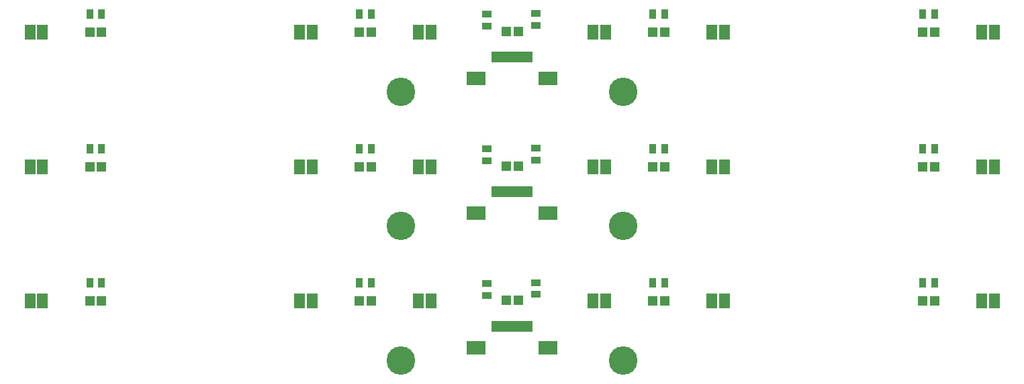
<source format=gbs>
G04 #@! TF.GenerationSoftware,KiCad,Pcbnew,(5.0.0)*
G04 #@! TF.CreationDate,2020-02-01T14:37:15+09:00*
G04 #@! TF.ProjectId,m file,6D2066696C652E6B696361645F706362,rev?*
G04 #@! TF.SameCoordinates,Original*
G04 #@! TF.FileFunction,Soldermask,Bot*
G04 #@! TF.FilePolarity,Negative*
%FSLAX46Y46*%
G04 Gerber Fmt 4.6, Leading zero omitted, Abs format (unit mm)*
G04 Created by KiCad (PCBNEW (5.0.0)) date 02/01/20 14:37:15*
%MOMM*%
%LPD*%
G01*
G04 APERTURE LIST*
%ADD10R,1.200000X1.200000*%
%ADD11R,1.200000X1.150000*%
%ADD12R,0.900000X1.300000*%
%ADD13C,3.600000*%
%ADD14R,1.300000X0.900000*%
%ADD15R,2.400000X1.700000*%
%ADD16R,0.700000X1.400000*%
%ADD17R,1.400000X1.850000*%
G04 APERTURE END LIST*
D10*
G04 #@! TO.C,D5*
X133250000Y-119000000D03*
X131750000Y-119000000D03*
G04 #@! TD*
D11*
G04 #@! TO.C,C1*
X151750000Y-118900000D03*
X150250000Y-118900000D03*
G04 #@! TD*
D10*
G04 #@! TO.C,D4*
X168750000Y-119000000D03*
X170250000Y-119000000D03*
G04 #@! TD*
D12*
G04 #@! TO.C,R4*
X170250000Y-116700000D03*
X168750000Y-116700000D03*
G04 #@! TD*
G04 #@! TO.C,R3*
X204250000Y-116700000D03*
X202750000Y-116700000D03*
G04 #@! TD*
D13*
G04 #@! TO.C,REF\002A\002A*
X165000000Y-126500000D03*
G04 #@! TD*
D14*
G04 #@! TO.C,R1*
X147800000Y-118250000D03*
X147800000Y-116750000D03*
G04 #@! TD*
D10*
G04 #@! TO.C,D6*
X97750000Y-119000000D03*
X99250000Y-119000000D03*
G04 #@! TD*
G04 #@! TO.C,D3*
X202750000Y-119000000D03*
X204250000Y-119000000D03*
G04 #@! TD*
D12*
G04 #@! TO.C,R6*
X97750000Y-116700000D03*
X99250000Y-116700000D03*
G04 #@! TD*
D15*
G04 #@! TO.C,J1*
X155550000Y-124850000D03*
X146450000Y-124850000D03*
D16*
X153250000Y-122150000D03*
X152750000Y-122150000D03*
X152250000Y-122150000D03*
X151750000Y-122150000D03*
X151250000Y-122150000D03*
X150750000Y-122150000D03*
X150250000Y-122150000D03*
X149750000Y-122150000D03*
X149250000Y-122150000D03*
X148750000Y-122150000D03*
G04 #@! TD*
D12*
G04 #@! TO.C,R5*
X131750000Y-116700000D03*
X133250000Y-116700000D03*
G04 #@! TD*
D14*
G04 #@! TO.C,R2*
X154000000Y-116650000D03*
X154000000Y-118150000D03*
G04 #@! TD*
D17*
G04 #@! TO.C,Q2*
X177800000Y-119000000D03*
X176200000Y-119000000D03*
G04 #@! TD*
G04 #@! TO.C,Q6*
X91800000Y-119000000D03*
X90200000Y-119000000D03*
G04 #@! TD*
G04 #@! TO.C,Q1*
X210200000Y-119000000D03*
X211800000Y-119000000D03*
G04 #@! TD*
G04 #@! TO.C,Q4*
X140800000Y-119000000D03*
X139200000Y-119000000D03*
G04 #@! TD*
D13*
G04 #@! TO.C,REF\002A\002A*
X137000000Y-126500000D03*
G04 #@! TD*
D17*
G04 #@! TO.C,Q5*
X124200000Y-119000000D03*
X125800000Y-119000000D03*
G04 #@! TD*
G04 #@! TO.C,Q3*
X162800000Y-119000000D03*
X161200000Y-119000000D03*
G04 #@! TD*
D10*
G04 #@! TO.C,D5*
X133250000Y-102000000D03*
X131750000Y-102000000D03*
G04 #@! TD*
D11*
G04 #@! TO.C,C1*
X151750000Y-101900000D03*
X150250000Y-101900000D03*
G04 #@! TD*
D10*
G04 #@! TO.C,D4*
X168750000Y-102000000D03*
X170250000Y-102000000D03*
G04 #@! TD*
D12*
G04 #@! TO.C,R4*
X170250000Y-99700000D03*
X168750000Y-99700000D03*
G04 #@! TD*
G04 #@! TO.C,R3*
X204250000Y-99700000D03*
X202750000Y-99700000D03*
G04 #@! TD*
D13*
G04 #@! TO.C,REF\002A\002A*
X165000000Y-109500000D03*
G04 #@! TD*
D14*
G04 #@! TO.C,R1*
X147800000Y-101250000D03*
X147800000Y-99750000D03*
G04 #@! TD*
D10*
G04 #@! TO.C,D6*
X97750000Y-102000000D03*
X99250000Y-102000000D03*
G04 #@! TD*
G04 #@! TO.C,D3*
X202750000Y-102000000D03*
X204250000Y-102000000D03*
G04 #@! TD*
D12*
G04 #@! TO.C,R6*
X97750000Y-99700000D03*
X99250000Y-99700000D03*
G04 #@! TD*
D15*
G04 #@! TO.C,J1*
X155550000Y-107850000D03*
X146450000Y-107850000D03*
D16*
X153250000Y-105150000D03*
X152750000Y-105150000D03*
X152250000Y-105150000D03*
X151750000Y-105150000D03*
X151250000Y-105150000D03*
X150750000Y-105150000D03*
X150250000Y-105150000D03*
X149750000Y-105150000D03*
X149250000Y-105150000D03*
X148750000Y-105150000D03*
G04 #@! TD*
D12*
G04 #@! TO.C,R5*
X131750000Y-99700000D03*
X133250000Y-99700000D03*
G04 #@! TD*
D14*
G04 #@! TO.C,R2*
X154000000Y-99650000D03*
X154000000Y-101150000D03*
G04 #@! TD*
D17*
G04 #@! TO.C,Q2*
X177800000Y-102000000D03*
X176200000Y-102000000D03*
G04 #@! TD*
G04 #@! TO.C,Q6*
X91800000Y-102000000D03*
X90200000Y-102000000D03*
G04 #@! TD*
G04 #@! TO.C,Q1*
X210200000Y-102000000D03*
X211800000Y-102000000D03*
G04 #@! TD*
G04 #@! TO.C,Q4*
X140800000Y-102000000D03*
X139200000Y-102000000D03*
G04 #@! TD*
D13*
G04 #@! TO.C,REF\002A\002A*
X137000000Y-109500000D03*
G04 #@! TD*
D17*
G04 #@! TO.C,Q5*
X124200000Y-102000000D03*
X125800000Y-102000000D03*
G04 #@! TD*
G04 #@! TO.C,Q3*
X162800000Y-102000000D03*
X161200000Y-102000000D03*
G04 #@! TD*
D10*
G04 #@! TO.C,D5*
X133250000Y-85000000D03*
X131750000Y-85000000D03*
G04 #@! TD*
D11*
G04 #@! TO.C,C1*
X151750000Y-84900000D03*
X150250000Y-84900000D03*
G04 #@! TD*
D10*
G04 #@! TO.C,D4*
X168750000Y-85000000D03*
X170250000Y-85000000D03*
G04 #@! TD*
D12*
G04 #@! TO.C,R4*
X170250000Y-82700000D03*
X168750000Y-82700000D03*
G04 #@! TD*
G04 #@! TO.C,R3*
X204250000Y-82700000D03*
X202750000Y-82700000D03*
G04 #@! TD*
D13*
G04 #@! TO.C,REF\002A\002A*
X165000000Y-92500000D03*
G04 #@! TD*
D14*
G04 #@! TO.C,R1*
X147800000Y-84250000D03*
X147800000Y-82750000D03*
G04 #@! TD*
D10*
G04 #@! TO.C,D6*
X97750000Y-85000000D03*
X99250000Y-85000000D03*
G04 #@! TD*
G04 #@! TO.C,D3*
X202750000Y-85000000D03*
X204250000Y-85000000D03*
G04 #@! TD*
D12*
G04 #@! TO.C,R6*
X97750000Y-82700000D03*
X99250000Y-82700000D03*
G04 #@! TD*
D15*
G04 #@! TO.C,J1*
X155550000Y-90850000D03*
X146450000Y-90850000D03*
D16*
X153250000Y-88150000D03*
X152750000Y-88150000D03*
X152250000Y-88150000D03*
X151750000Y-88150000D03*
X151250000Y-88150000D03*
X150750000Y-88150000D03*
X150250000Y-88150000D03*
X149750000Y-88150000D03*
X149250000Y-88150000D03*
X148750000Y-88150000D03*
G04 #@! TD*
D12*
G04 #@! TO.C,R5*
X131750000Y-82700000D03*
X133250000Y-82700000D03*
G04 #@! TD*
D14*
G04 #@! TO.C,R2*
X154000000Y-82650000D03*
X154000000Y-84150000D03*
G04 #@! TD*
D17*
G04 #@! TO.C,Q2*
X177800000Y-85000000D03*
X176200000Y-85000000D03*
G04 #@! TD*
G04 #@! TO.C,Q6*
X91800000Y-85000000D03*
X90200000Y-85000000D03*
G04 #@! TD*
G04 #@! TO.C,Q1*
X210200000Y-85000000D03*
X211800000Y-85000000D03*
G04 #@! TD*
G04 #@! TO.C,Q4*
X140800000Y-85000000D03*
X139200000Y-85000000D03*
G04 #@! TD*
D13*
G04 #@! TO.C,REF\002A\002A*
X137000000Y-92500000D03*
G04 #@! TD*
D17*
G04 #@! TO.C,Q5*
X124200000Y-85000000D03*
X125800000Y-85000000D03*
G04 #@! TD*
G04 #@! TO.C,Q3*
X162800000Y-85000000D03*
X161200000Y-85000000D03*
G04 #@! TD*
M02*

</source>
